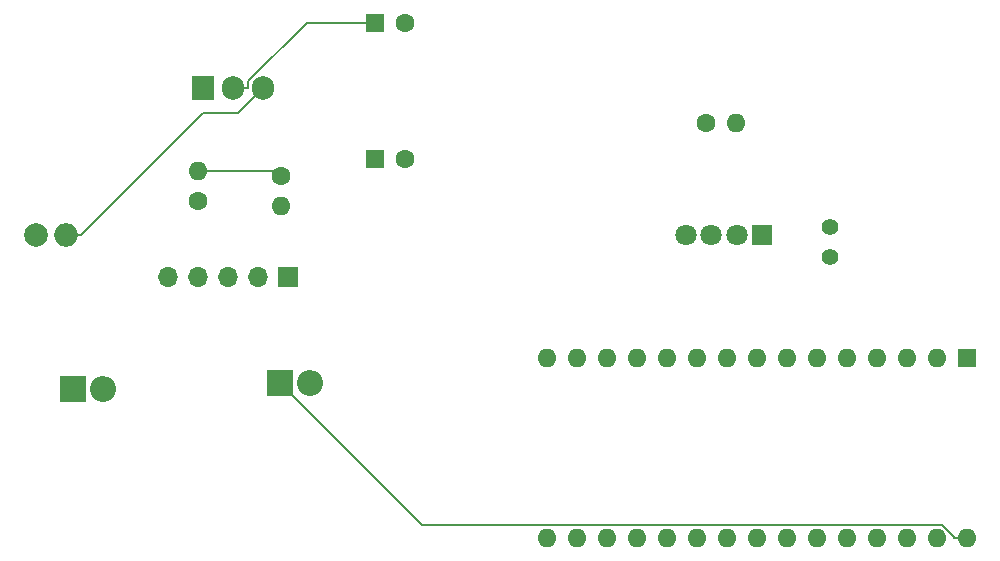
<source format=gbr>
%TF.GenerationSoftware,KiCad,Pcbnew,8.0.2-1.fc40*%
%TF.CreationDate,2024-06-01T22:16:47+03:00*%
%TF.ProjectId,project-depth-to-nmea,70726f6a-6563-4742-9d64-657074682d74,rev?*%
%TF.SameCoordinates,Original*%
%TF.FileFunction,Copper,L1,Top*%
%TF.FilePolarity,Positive*%
%FSLAX46Y46*%
G04 Gerber Fmt 4.6, Leading zero omitted, Abs format (unit mm)*
G04 Created by KiCad (PCBNEW 8.0.2-1.fc40) date 2024-06-01 22:16:47*
%MOMM*%
%LPD*%
G01*
G04 APERTURE LIST*
%TA.AperFunction,ComponentPad*%
%ADD10R,1.600000X1.600000*%
%TD*%
%TA.AperFunction,ComponentPad*%
%ADD11O,1.600000X1.600000*%
%TD*%
%TA.AperFunction,ComponentPad*%
%ADD12R,1.700000X1.700000*%
%TD*%
%TA.AperFunction,ComponentPad*%
%ADD13O,1.700000X1.700000*%
%TD*%
%TA.AperFunction,ComponentPad*%
%ADD14C,1.600000*%
%TD*%
%TA.AperFunction,ComponentPad*%
%ADD15C,1.400000*%
%TD*%
%TA.AperFunction,ComponentPad*%
%ADD16R,2.200000X2.200000*%
%TD*%
%TA.AperFunction,ComponentPad*%
%ADD17O,2.200000X2.200000*%
%TD*%
%TA.AperFunction,ComponentPad*%
%ADD18R,1.800000X1.800000*%
%TD*%
%TA.AperFunction,ComponentPad*%
%ADD19C,1.800000*%
%TD*%
%TA.AperFunction,ComponentPad*%
%ADD20R,1.905000X2.000000*%
%TD*%
%TA.AperFunction,ComponentPad*%
%ADD21O,1.905000X2.000000*%
%TD*%
%TA.AperFunction,ComponentPad*%
%ADD22C,2.000000*%
%TD*%
%TA.AperFunction,ComponentPad*%
%ADD23O,2.000000X2.000000*%
%TD*%
%TA.AperFunction,Conductor*%
%ADD24C,0.200000*%
%TD*%
G04 APERTURE END LIST*
D10*
%TO.P,A1,1,D1/TX*%
%TO.N,unconnected-(A1-D1{slash}TX-Pad1)*%
X177550000Y-96390000D03*
D11*
%TO.P,A1,2,D0/RX*%
%TO.N,unconnected-(A1-D0{slash}RX-Pad2)*%
X175010000Y-96390000D03*
%TO.P,A1,3,~{RESET}*%
%TO.N,unconnected-(A1-~{RESET}-Pad3)*%
X172470000Y-96390000D03*
%TO.P,A1,4,GND*%
%TO.N,GND*%
X169930000Y-96390000D03*
%TO.P,A1,5,D2*%
%TO.N,unconnected-(A1-D2-Pad5)*%
X167390000Y-96390000D03*
%TO.P,A1,6,D3*%
%TO.N,unconnected-(A1-D3-Pad6)*%
X164850000Y-96390000D03*
%TO.P,A1,7,D4*%
%TO.N,Net-(A1-D4)*%
X162310000Y-96390000D03*
%TO.P,A1,8,D5*%
%TO.N,Net-(A1-D5)*%
X159770000Y-96390000D03*
%TO.P,A1,9,D6*%
%TO.N,Net-(A1-D6)*%
X157230000Y-96390000D03*
%TO.P,A1,10,D7*%
%TO.N,Net-(A1-D7)*%
X154690000Y-96390000D03*
%TO.P,A1,11,D8*%
%TO.N,unconnected-(A1-D8-Pad11)*%
X152150000Y-96390000D03*
%TO.P,A1,12,D9*%
%TO.N,unconnected-(A1-D9-Pad12)*%
X149610000Y-96390000D03*
%TO.P,A1,13,D10*%
%TO.N,unconnected-(A1-D10-Pad13)*%
X147070000Y-96390000D03*
%TO.P,A1,14,D11*%
%TO.N,unconnected-(A1-D11-Pad14)*%
X144530000Y-96390000D03*
%TO.P,A1,15,D12*%
%TO.N,unconnected-(A1-D12-Pad15)*%
X141990000Y-96390000D03*
%TO.P,A1,16,D13*%
%TO.N,unconnected-(A1-D13-Pad16)*%
X141990000Y-111630000D03*
%TO.P,A1,17,3V3*%
%TO.N,unconnected-(A1-3V3-Pad17)*%
X144530000Y-111630000D03*
%TO.P,A1,18,AREF*%
%TO.N,unconnected-(A1-AREF-Pad18)*%
X147070000Y-111630000D03*
%TO.P,A1,19,A0*%
%TO.N,unconnected-(A1-A0-Pad19)*%
X149610000Y-111630000D03*
%TO.P,A1,20,A1*%
%TO.N,unconnected-(A1-A1-Pad20)*%
X152150000Y-111630000D03*
%TO.P,A1,21,A2*%
%TO.N,unconnected-(A1-A2-Pad21)*%
X154690000Y-111630000D03*
%TO.P,A1,22,A3*%
%TO.N,unconnected-(A1-A3-Pad22)*%
X157230000Y-111630000D03*
%TO.P,A1,23,A4*%
%TO.N,SDA*%
X159770000Y-111630000D03*
%TO.P,A1,24,A5*%
%TO.N,SCL*%
X162310000Y-111630000D03*
%TO.P,A1,25,A6*%
%TO.N,unconnected-(A1-A6-Pad25)*%
X164850000Y-111630000D03*
%TO.P,A1,26,A7*%
%TO.N,unconnected-(A1-A7-Pad26)*%
X167390000Y-111630000D03*
%TO.P,A1,27,+5V*%
%TO.N,unconnected-(A1-+5V-Pad27)*%
X169930000Y-111630000D03*
%TO.P,A1,28,~{RESET}*%
%TO.N,unconnected-(A1-~{RESET}-Pad28)*%
X172470000Y-111630000D03*
%TO.P,A1,29,GND*%
%TO.N,GND*%
X175010000Y-111630000D03*
%TO.P,A1,30,VIN*%
%TO.N,Net-(A1-VIN)*%
X177550000Y-111630000D03*
%TD*%
D12*
%TO.P,J1,1,Pin_1*%
%TO.N,SCL*%
X120080000Y-89500000D03*
D13*
%TO.P,J1,2,Pin_2*%
%TO.N,GND*%
X117540000Y-89500000D03*
%TO.P,J1,3,Pin_3*%
%TO.N,SDA*%
X115000000Y-89500000D03*
%TO.P,J1,4,Pin_4*%
%TO.N,Net-(D2-A)*%
X112460000Y-89500000D03*
%TO.P,J1,5,Pin_5*%
%TO.N,GND*%
X109920000Y-89500000D03*
%TD*%
D14*
%TO.P,R1,1*%
%TO.N,Net-(D1-A)*%
X112500000Y-83045000D03*
D11*
%TO.P,R1,2*%
%TO.N,Net-(U1-ADJ)*%
X112500000Y-80505000D03*
%TD*%
D14*
%TO.P,R3,1*%
%TO.N,Net-(D3-K)*%
X155455000Y-76500000D03*
D11*
%TO.P,R3,2*%
%TO.N,GND*%
X157995000Y-76500000D03*
%TD*%
D15*
%TO.P,JP1,1,A*%
%TO.N,GND*%
X166000000Y-85250000D03*
%TO.P,JP1,2,B*%
%TO.N,Net-(A1-D4)*%
X166000000Y-87790000D03*
%TD*%
D10*
%TO.P,C1,1*%
%TO.N,Net-(D1-A)*%
X127500000Y-68000000D03*
D14*
%TO.P,C1,2*%
%TO.N,GND*%
X130000000Y-68000000D03*
%TD*%
D16*
%TO.P,D1,1,K*%
%TO.N,Net-(A1-VIN)*%
X119428200Y-98500000D03*
D17*
%TO.P,D1,2,A*%
%TO.N,Net-(D1-A)*%
X121968200Y-98500000D03*
%TD*%
D10*
%TO.P,C2,1*%
%TO.N,Net-(U1-VI)*%
X127500000Y-79500000D03*
D14*
%TO.P,C2,2*%
%TO.N,GND*%
X130000000Y-79500000D03*
%TD*%
D18*
%TO.P,D3,1,RA*%
%TO.N,Net-(A1-D5)*%
X160240000Y-86000000D03*
D19*
%TO.P,D3,2,K*%
%TO.N,Net-(D3-K)*%
X158081000Y-86000000D03*
%TO.P,D3,3,GA*%
%TO.N,Net-(A1-D6)*%
X155922000Y-86000000D03*
%TO.P,D3,4,BA*%
%TO.N,Net-(A1-D7)*%
X153763000Y-86000000D03*
%TD*%
D20*
%TO.P,U1,1,ADJ*%
%TO.N,Net-(U1-ADJ)*%
X112920000Y-73500000D03*
D21*
%TO.P,U1,2,VO*%
%TO.N,Net-(D1-A)*%
X115460000Y-73500000D03*
%TO.P,U1,3,VI*%
%TO.N,Net-(U1-VI)*%
X118000000Y-73500000D03*
%TD*%
D16*
%TO.P,D2,1,K*%
%TO.N,Net-(D2-K)*%
X101920000Y-99000000D03*
D17*
%TO.P,D2,2,A*%
%TO.N,Net-(D2-A)*%
X104460000Y-99000000D03*
%TD*%
D22*
%TO.P,L1,1,1*%
%TO.N,Net-(D2-K)*%
X98730000Y-86000000D03*
D23*
%TO.P,L1,2,2*%
%TO.N,Net-(U1-VI)*%
X101270000Y-86000000D03*
%TD*%
D14*
%TO.P,R2,1*%
%TO.N,Net-(U1-ADJ)*%
X119500000Y-80960000D03*
D11*
%TO.P,R2,2*%
%TO.N,GND*%
X119500000Y-83500000D03*
%TD*%
D24*
%TO.N,Net-(A1-VIN)*%
X177550000Y-111630000D02*
X176449900Y-111630000D01*
X131458100Y-110529900D02*
X119428200Y-98500000D01*
X175487400Y-110529900D02*
X131458100Y-110529900D01*
X176449900Y-111492400D02*
X175487400Y-110529900D01*
X176449900Y-111630000D02*
X176449900Y-111492400D01*
%TO.N,Net-(D1-A)*%
X116712600Y-72952000D02*
X121664600Y-68000000D01*
X121664600Y-68000000D02*
X127500000Y-68000000D01*
X116712600Y-73500000D02*
X116712600Y-72952000D01*
X115460000Y-73500000D02*
X116712600Y-73500000D01*
%TO.N,Net-(U1-VI)*%
X101270000Y-86000000D02*
X102570100Y-86000000D01*
X112906200Y-75663900D02*
X115836100Y-75663900D01*
X115836100Y-75663900D02*
X118000000Y-73500000D01*
X102570100Y-86000000D02*
X112906200Y-75663900D01*
%TO.N,Net-(U1-ADJ)*%
X112500000Y-80505000D02*
X119045000Y-80505000D01*
X119045000Y-80505000D02*
X119500000Y-80960000D01*
%TD*%
M02*

</source>
